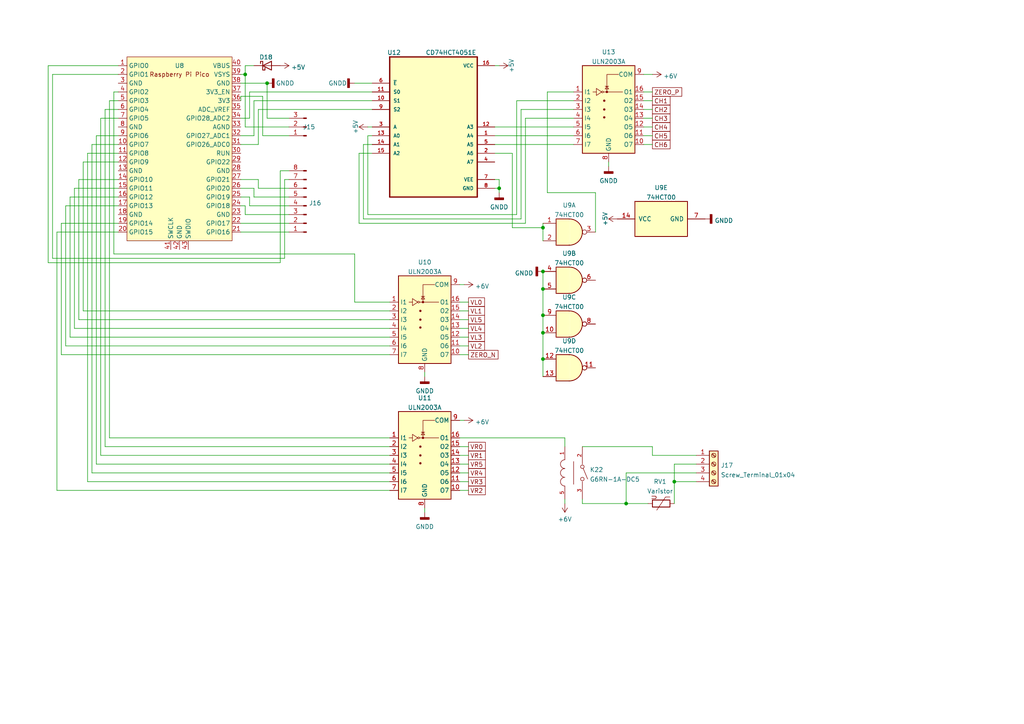
<source format=kicad_sch>
(kicad_sch (version 20211123) (generator eeschema)
  (paper "A4")
  (lib_symbols
    (symbol "74xx:74HCT00" (pin_names (offset 1.016))
      (property "Reference" "U" (at 0 1.27 0))
      (property "Value" "74HCT00" (at 0 -1.27 0))
      (symbol "74HCT00_1_1"
        (arc (start 0 -3.81) (mid 3.81 0) (end 0 3.81) (stroke (width 0.254)) (fill (type background)))
        (polyline (pts (xy 0 3.81) (xy -3.81 3.81) (xy -3.81 -3.81) (xy 0 -3.81)) (stroke (width 0.254)) (fill (type background)))
        (pin input line (at -7.62 2.54 0) (length 3.81) (name "~") (number "1"))
        (pin input line (at -7.62 -2.54 0) (length 3.81) (name "~") (number "2"))
        (pin output inverted (at 7.62 0 180) (length 3.81) (name "~") (number "3"))
      )
      (symbol "74HCT00_1_2"
        (arc (start -3.81 -3.81) (mid -2.589 0) (end -3.81 3.81) (stroke (width 0.254)))
        (arc (start -0.6096 -3.81) (mid 2.1855 -2.584) (end 3.81 0) (stroke (width 0.254)) (fill (type background)))
        (polyline (pts (xy -3.81 -3.81) (xy -0.635 -3.81)) (stroke (width 0.254)) (fill (type background)))
        (polyline (pts (xy -3.81 3.81) (xy -0.635 3.81)) (stroke (width 0.254)) (fill (type background)))
        (polyline (pts (xy -0.635 3.81) (xy -3.81 3.81) (xy -3.81 3.81) (xy -3.556 3.4036) (xy -3.0226 2.2606) (xy -2.6924 1.0414) (xy -2.6162 -0.254) (xy -2.7686 -1.4986) (xy -3.175 -2.7178) (xy -3.81 -3.81) (xy -3.81 -3.81) (xy -0.635 -3.81)) (stroke (width -25.4)) (fill (type background)))
        (arc (start 3.81 0) (mid 2.1928 2.5925) (end -0.6096 3.81) (stroke (width 0.254)) (fill (type background)))
        (pin input inverted (at -7.62 2.54 0) (length 4.318) (name "~") (number "1"))
        (pin input inverted (at -7.62 -2.54 0) (length 4.318) (name "~") (number "2"))
        (pin output line (at 7.62 0 180) (length 3.81) (name "~") (number "3"))
      )
      (symbol "74HCT00_2_1"
        (arc (start 0 -3.81) (mid 3.81 0) (end 0 3.81) (stroke (width 0.254)) (fill (type background)))
        (polyline (pts (xy 0 3.81) (xy -3.81 3.81) (xy -3.81 -3.81) (xy 0 -3.81)) (stroke (width 0.254)) (fill (type background)))
        (pin input line (at -7.62 2.54 0) (length 3.81) (name "~") (number "4"))
        (pin input line (at -7.62 -2.54 0) (length 3.81) (name "~") (number "5"))
        (pin output inverted (at 7.62 0 180) (length 3.81) (name "~") (number "6"))
      )
      (symbol "74HCT00_2_2"
        (arc (start -3.81 -3.81) (mid -2.589 0) (end -3.81 3.81) (stroke (width 0.254)))
        (arc (start -0.6096 -3.81) (mid 2.1855 -2.584) (end 3.81 0) (stroke (width 0.254)) (fill (type background)))
        (polyline (pts (xy -3.81 -3.81) (xy -0.635 -3.81)) (stroke (width 0.254)) (fill (type background)))
        (polyline (pts (xy -3.81 3.81) (xy -0.635 3.81)) (stroke (width 0.254)) (fill (type background)))
        (polyline (pts (xy -0.635 3.81) (xy -3.81 3.81) (xy -3.81 3.81) (xy -3.556 3.4036) (xy -3.0226 2.2606) (xy -2.6924 1.0414) (xy -2.6162 -0.254) (xy -2.7686 -1.4986) (xy -3.175 -2.7178) (xy -3.81 -3.81) (xy -3.81 -3.81) (xy -0.635 -3.81)) (stroke (width -25.4)) (fill (type background)))
        (arc (start 3.81 0) (mid 2.1928 2.5925) (end -0.6096 3.81) (stroke (width 0.254)) (fill (type background)))
        (pin input inverted (at -7.62 2.54 0) (length 4.318) (name "~") (number "4"))
        (pin input inverted (at -7.62 -2.54 0) (length 4.318) (name "~") (number "5"))
        (pin output line (at 7.62 0 180) (length 3.81) (name "~") (number "6"))
      )
      (symbol "74HCT00_3_1"
        (arc (start 0 -3.81) (mid 3.81 0) (end 0 3.81) (stroke (width 0.254)) (fill (type background)))
        (polyline (pts (xy 0 3.81) (xy -3.81 3.81) (xy -3.81 -3.81) (xy 0 -3.81)) (stroke (width 0.254)) (fill (type background)))
        (pin input line (at -7.62 -2.54 0) (length 3.81) (name "~") (number "10"))
        (pin output inverted (at 7.62 0 180) (length 3.81) (name "~") (number "8"))
        (pin input line (at -7.62 2.54 0) (length 3.81) (name "~") (number "9"))
      )
      (symbol "74HCT00_3_2"
        (arc (start -3.81 -3.81) (mid -2.589 0) (end -3.81 3.81) (stroke (width 0.254)))
        (arc (start -0.6096 -3.81) (mid 2.1855 -2.584) (end 3.81 0) (stroke (width 0.254)) (fill (type background)))
        (polyline (pts (xy -3.81 -3.81) (xy -0.635 -3.81)) (stroke (width 0.254)) (fill (type background)))
        (polyline (pts (xy -3.81 3.81) (xy -0.635 3.81)) (stroke (width 0.254)) (fill (type background)))
        (polyline (pts (xy -0.635 3.81) (xy -3.81 3.81) (xy -3.81 3.81) (xy -3.556 3.4036) (xy -3.0226 2.2606) (xy -2.6924 1.0414) (xy -2.6162 -0.254) (xy -2.7686 -1.4986) (xy -3.175 -2.7178) (xy -3.81 -3.81) (xy -3.81 -3.81) (xy -0.635 -3.81)) (stroke (width -25.4)) (fill (type background)))
        (arc (start 3.81 0) (mid 2.1928 2.5925) (end -0.6096 3.81) (stroke (width 0.254)) (fill (type background)))
        (pin input inverted (at -7.62 -2.54 0) (length 4.318) (name "~") (number "10"))
        (pin output line (at 7.62 0 180) (length 3.81) (name "~") (number "8"))
        (pin input inverted (at -7.62 2.54 0) (length 4.318) (name "~") (number "9"))
      )
      (symbol "74HCT00_4_1"
        (arc (start 0 -3.81) (mid 3.81 0) (end 0 3.81) (stroke (width 0.254)) (fill (type background)))
        (polyline (pts (xy 0 3.81) (xy -3.81 3.81) (xy -3.81 -3.81) (xy 0 -3.81)) (stroke (width 0.254)) (fill (type background)))
        (pin output inverted (at 7.62 0 180) (length 3.81) (name "~") (number "11"))
        (pin input line (at -7.62 2.54 0) (length 3.81) (name "~") (number "12"))
        (pin input line (at -7.62 -2.54 0) (length 3.81) (name "~") (number "13"))
      )
      (symbol "74HCT00_4_2"
        (arc (start -3.81 -3.81) (mid -2.589 0) (end -3.81 3.81) (stroke (width 0.254)))
        (arc (start -0.6096 -3.81) (mid 2.1855 -2.584) (end 3.81 0) (stroke (width 0.254)) (fill (type background)))
        (polyline (pts (xy -3.81 -3.81) (xy -0.635 -3.81)) (stroke (width 0.254)) (fill (type background)))
        (polyline (pts (xy -3.81 3.81) (xy -0.635 3.81)) (stroke (width 0.254)) (fill (type background)))
        (polyline (pts (xy -0.635 3.81) (xy -3.81 3.81) (xy -3.81 3.81) (xy -3.556 3.4036) (xy -3.0226 2.2606) (xy -2.6924 1.0414) (xy -2.6162 -0.254) (xy -2.7686 -1.4986) (xy -3.175 -2.7178) (xy -3.81 -3.81) (xy -3.81 -3.81) (xy -0.635 -3.81)) (stroke (width -25.4)) (fill (type background)))
        (arc (start 3.81 0) (mid 2.1928 2.5925) (end -0.6096 3.81) (stroke (width 0.254)) (fill (type background)))
        (pin output line (at 7.62 0 180) (length 3.81) (name "~") (number "11"))
        (pin input inverted (at -7.62 2.54 0) (length 4.318) (name "~") (number "12"))
        (pin input inverted (at -7.62 -2.54 0) (length 4.318) (name "~") (number "13"))
      )
      (symbol "74HCT00_5_0"
        (pin power_in line (at 0 12.7 270) (length 5.08) (name "VCC") (number "14"))
        (pin power_in line (at 0 -12.7 90) (length 5.08) (name "GND") (number "7"))
      )
      (symbol "74HCT00_5_1"
        (rectangle (start -5.08 7.62) (end 5.08 -7.62) (stroke (width 0.254)) (fill (type background)))
      )
    )
    (symbol "CD74HCT4051E:CD74HCT4051E" (pin_names (offset 1.016))
      (property "Reference" "U" (at -12.7 21.3106 0))
      (property "Value" "CD74HCT4051E" (at -12.7 -24.3078 0))
      (symbol "CD74HCT4051E_0_0"
        (rectangle (start -12.7 -20.32) (end 12.7 20.32) (stroke (width 0.4064)) (fill (type background)))
        (pin bidirectional line (at 17.78 -2.54 180) (length 5.08) (name "A4") (number "1"))
        (pin input line (at -17.78 7.62 0) (length 5.08) (name "S1") (number "10"))
        (pin input line (at -17.78 10.16 0) (length 5.08) (name "S0") (number "11"))
        (pin bidirectional line (at 17.78 0 180) (length 5.08) (name "A3") (number "12"))
        (pin bidirectional line (at -17.78 -2.54 0) (length 5.08) (name "A0") (number "13"))
        (pin bidirectional line (at -17.78 -5.08 0) (length 5.08) (name "A1") (number "14"))
        (pin bidirectional line (at -17.78 -7.62 0) (length 5.08) (name "A2") (number "15"))
        (pin power_in line (at 17.78 17.78 180) (length 5.08) (name "VCC") (number "16"))
        (pin bidirectional line (at 17.78 -7.62 180) (length 5.08) (name "A6") (number "2"))
        (pin bidirectional line (at -17.78 0 0) (length 5.08) (name "A") (number "3"))
        (pin bidirectional line (at 17.78 -10.16 180) (length 5.08) (name "A7") (number "4"))
        (pin bidirectional line (at 17.78 -5.08 180) (length 5.08) (name "A5") (number "5"))
        (pin input line (at -17.78 12.7 0) (length 5.08) (name "~{E}") (number "6"))
        (pin power_in line (at 17.78 -15.24 180) (length 5.08) (name "VEE") (number "7"))
        (pin power_in line (at 17.78 -17.78 180) (length 5.08) (name "GND") (number "8"))
        (pin input line (at -17.78 5.08 0) (length 5.08) (name "S2") (number "9"))
      )
    )
    (symbol "Connector:Conn_01x03_Male" (pin_names (offset 1.016) hide)
      (property "Reference" "J" (at 0 5.08 0))
      (property "Value" "Conn_01x03_Male" (at 0 -5.08 0))
      (symbol "Conn_01x03_Male_1_1"
        (polyline (pts (xy 1.27 -2.54) (xy 0.8636 -2.54)) (stroke (width 0.1524)))
        (polyline (pts (xy 1.27 0) (xy 0.8636 0)) (stroke (width 0.1524)))
        (polyline (pts (xy 1.27 2.54) (xy 0.8636 2.54)) (stroke (width 0.1524)))
        (rectangle (start 0.8636 -2.413) (end 0 -2.667) (stroke (width 0.1524)) (fill (type outline)))
        (rectangle (start 0.8636 0.127) (end 0 -0.127) (stroke (width 0.1524)) (fill (type outline)))
        (rectangle (start 0.8636 2.667) (end 0 2.413) (stroke (width 0.1524)) (fill (type outline)))
        (pin passive line (at 5.08 2.54 180) (length 3.81) (name "Pin_1") (number "1"))
        (pin passive line (at 5.08 0 180) (length 3.81) (name "Pin_2") (number "2"))
        (pin passive line (at 5.08 -2.54 180) (length 3.81) (name "Pin_3") (number "3"))
      )
    )
    (symbol "Connector:Conn_01x08_Male" (pin_names (offset 1.016) hide)
      (property "Reference" "J" (at 0 10.16 0))
      (property "Value" "Conn_01x08_Male" (at 0 -12.7 0))
      (symbol "Conn_01x08_Male_1_1"
        (polyline (pts (xy 1.27 -10.16) (xy 0.8636 -10.16)) (stroke (width 0.1524)))
        (polyline (pts (xy 1.27 -7.62) (xy 0.8636 -7.62)) (stroke (width 0.1524)))
        (polyline (pts (xy 1.27 -5.08) (xy 0.8636 -5.08)) (stroke (width 0.1524)))
        (polyline (pts (xy 1.27 -2.54) (xy 0.8636 -2.54)) (stroke (width 0.1524)))
        (polyline (pts (xy 1.27 0) (xy 0.8636 0)) (stroke (width 0.1524)))
        (polyline (pts (xy 1.27 2.54) (xy 0.8636 2.54)) (stroke (width 0.1524)))
        (polyline (pts (xy 1.27 5.08) (xy 0.8636 5.08)) (stroke (width 0.1524)))
        (polyline (pts (xy 1.27 7.62) (xy 0.8636 7.62)) (stroke (width 0.1524)))
        (rectangle (start 0.8636 -10.033) (end 0 -10.287) (stroke (width 0.1524)) (fill (type outline)))
        (rectangle (start 0.8636 -7.493) (end 0 -7.747) (stroke (width 0.1524)) (fill (type outline)))
        (rectangle (start 0.8636 -4.953) (end 0 -5.207) (stroke (width 0.1524)) (fill (type outline)))
        (rectangle (start 0.8636 -2.413) (end 0 -2.667) (stroke (width 0.1524)) (fill (type outline)))
        (rectangle (start 0.8636 0.127) (end 0 -0.127) (stroke (width 0.1524)) (fill (type outline)))
        (rectangle (start 0.8636 2.667) (end 0 2.413) (stroke (width 0.1524)) (fill (type outline)))
        (rectangle (start 0.8636 5.207) (end 0 4.953) (stroke (width 0.1524)) (fill (type outline)))
        (rectangle (start 0.8636 7.747) (end 0 7.493) (stroke (width 0.1524)) (fill (type outline)))
        (pin passive line (at 5.08 7.62 180) (length 3.81) (name "Pin_1") (number "1"))
        (pin passive line (at 5.08 5.08 180) (length 3.81) (name "Pin_2") (number "2"))
        (pin passive line (at 5.08 2.54 180) (length 3.81) (name "Pin_3") (number "3"))
        (pin passive line (at 5.08 0 180) (length 3.81) (name "Pin_4") (number "4"))
        (pin passive line (at 5.08 -2.54 180) (length 3.81) (name "Pin_5") (number "5"))
        (pin passive line (at 5.08 -5.08 180) (length 3.81) (name "Pin_6") (number "6"))
        (pin passive line (at 5.08 -7.62 180) (length 3.81) (name "Pin_7") (number "7"))
        (pin passive line (at 5.08 -10.16 180) (length 3.81) (name "Pin_8") (number "8"))
      )
    )
    (symbol "Connector:Screw_Terminal_01x04" (pin_names (offset 1.016) hide)
      (property "Reference" "J" (at 0 5.08 0))
      (property "Value" "Screw_Terminal_01x04" (at 0 -7.62 0))
      (symbol "Screw_Terminal_01x04_1_1"
        (rectangle (start -1.27 3.81) (end 1.27 -6.35) (stroke (width 0.254)) (fill (type background)))
        (circle (center 0 -5.08) (radius 0.635) (stroke (width 0.1524)))
        (circle (center 0 -2.54) (radius 0.635) (stroke (width 0.1524)))
        (polyline (pts (xy -0.5334 -4.7498) (xy 0.3302 -5.588)) (stroke (width 0.1524)))
        (polyline (pts (xy -0.5334 -2.2098) (xy 0.3302 -3.048)) (stroke (width 0.1524)))
        (polyline (pts (xy -0.5334 0.3302) (xy 0.3302 -0.508)) (stroke (width 0.1524)))
        (polyline (pts (xy -0.5334 2.8702) (xy 0.3302 2.032)) (stroke (width 0.1524)))
        (polyline (pts (xy -0.3556 -4.572) (xy 0.508 -5.4102)) (stroke (width 0.1524)))
        (polyline (pts (xy -0.3556 -2.032) (xy 0.508 -2.8702)) (stroke (width 0.1524)))
        (polyline (pts (xy -0.3556 0.508) (xy 0.508 -0.3302)) (stroke (width 0.1524)))
        (polyline (pts (xy -0.3556 3.048) (xy 0.508 2.2098)) (stroke (width 0.1524)))
        (circle (center 0 0) (radius 0.635) (stroke (width 0.1524)))
        (circle (center 0 2.54) (radius 0.635) (stroke (width 0.1524)))
        (pin passive line (at -5.08 2.54 0) (length 3.81) (name "Pin_1") (number "1"))
        (pin passive line (at -5.08 0 0) (length 3.81) (name "Pin_2") (number "2"))
        (pin passive line (at -5.08 -2.54 0) (length 3.81) (name "Pin_3") (number "3"))
        (pin passive line (at -5.08 -5.08 0) (length 3.81) (name "Pin_4") (number "4"))
      )
    )
    (symbol "Device:D_Schottky" (pin_numbers hide) (pin_names (offset 1.016) hide)
      (property "Reference" "D" (at 0 2.54 0))
      (property "Value" "D_Schottky" (at 0 -2.54 0))
      (symbol "D_Schottky_0_1"
        (polyline (pts (xy 1.27 0) (xy -1.27 0)))
        (polyline (pts (xy 1.27 1.27) (xy 1.27 -1.27) (xy -1.27 0) (xy 1.27 1.27)) (stroke (width 0.254)))
        (polyline (pts (xy -1.905 0.635) (xy -1.905 1.27) (xy -1.27 1.27) (xy -1.27 -1.27) (xy -0.635 -1.27) (xy -0.635 -0.635)) (stroke (width 0.254)))
      )
      (symbol "D_Schottky_1_1"
        (pin passive line (at -3.81 0 0) (length 2.54) (name "K") (number "1"))
        (pin passive line (at 3.81 0 180) (length 2.54) (name "A") (number "2"))
      )
    )
    (symbol "Device:Varistor" (pin_numbers hide) (pin_names (offset 0))
      (property "Reference" "RV" (at 3.175 0 90))
      (property "Value" "Varistor" (at -3.175 0 90))
      (symbol "Varistor_0_0"
        (text "U" (at -1.778 -2.032 0) (effects (font (size 1.27 1.27))))
      )
      (symbol "Varistor_0_1"
        (rectangle (start -1.016 -2.54) (end 1.016 2.54) (stroke (width 0.254)))
        (polyline (pts (xy -1.905 2.54) (xy -1.905 1.27) (xy 1.905 -1.27)))
      )
      (symbol "Varistor_1_1"
        (pin passive line (at 0 3.81 270) (length 1.27) (name "~") (number "1"))
        (pin passive line (at 0 -3.81 90) (length 1.27) (name "~") (number "2"))
      )
    )
    (symbol "MCU_RaspberryPi_and_Boards:Pico"
      (property "Reference" "U" (at -13.97 27.94 0))
      (property "Value" "Pico" (at 0 19.05 0))
      (symbol "Pico_0_0"
        (text "Raspberry Pi Pico" (at 0 21.59 0) (effects (font (size 1.27 1.27))))
      )
      (symbol "Pico_0_1"
        (rectangle (start -15.24 26.67) (end 15.24 -26.67) (fill (type background)))
      )
      (symbol "Pico_1_1"
        (pin bidirectional line (at -17.78 24.13 0) (length 2.54) (name "GPIO0") (number "1"))
        (pin bidirectional line (at -17.78 1.27 0) (length 2.54) (name "GPIO7") (number "10"))
        (pin bidirectional line (at -17.78 -1.27 0) (length 2.54) (name "GPIO8") (number "11"))
        (pin bidirectional line (at -17.78 -3.81 0) (length 2.54) (name "GPIO9") (number "12"))
        (pin power_in line (at -17.78 -6.35 0) (length 2.54) (name "GND") (number "13"))
        (pin bidirectional line (at -17.78 -8.89 0) (length 2.54) (name "GPIO10") (number "14"))
        (pin bidirectional line (at -17.78 -11.43 0) (length 2.54) (name "GPIO11") (number "15"))
        (pin bidirectional line (at -17.78 -13.97 0) (length 2.54) (name "GPIO12") (number "16"))
        (pin bidirectional line (at -17.78 -16.51 0) (length 2.54) (name "GPIO13") (number "17"))
        (pin power_in line (at -17.78 -19.05 0) (length 2.54) (name "GND") (number "18"))
        (pin bidirectional line (at -17.78 -21.59 0) (length 2.54) (name "GPIO14") (number "19"))
        (pin bidirectional line (at -17.78 21.59 0) (length 2.54) (name "GPIO1") (number "2"))
        (pin bidirectional line (at -17.78 -24.13 0) (length 2.54) (name "GPIO15") (number "20"))
        (pin bidirectional line (at 17.78 -24.13 180) (length 2.54) (name "GPIO16") (number "21"))
        (pin bidirectional line (at 17.78 -21.59 180) (length 2.54) (name "GPIO17") (number "22"))
        (pin power_in line (at 17.78 -19.05 180) (length 2.54) (name "GND") (number "23"))
        (pin bidirectional line (at 17.78 -16.51 180) (length 2.54) (name "GPIO18") (number "24"))
        (pin bidirectional line (at 17.78 -13.97 180) (length 2.54) (name "GPIO19") (number "25"))
        (pin bidirectional line (at 17.78 -11.43 180) (length 2.54) (name "GPIO20") (number "26"))
        (pin bidirectional line (at 17.78 -8.89 180) (length 2.54) (name "GPIO21") (number "27"))
        (pin power_in line (at 17.78 -6.35 180) (length 2.54) (name "GND") (number "28"))
        (pin bidirectional line (at 17.78 -3.81 180) (length 2.54) (name "GPIO22") (number "29"))
        (pin power_in line (at -17.78 19.05 0) (length 2.54) (name "GND") (number "3"))
        (pin input line (at 17.78 -1.27 180) (length 2.54) (name "RUN") (number "30"))
        (pin bidirectional line (at 17.78 1.27 180) (length 2.54) (name "GPIO26_ADC0") (number "31"))
        (pin bidirectional line (at 17.78 3.81 180) (length 2.54) (name "GPIO27_ADC1") (number "32"))
        (pin power_in line (at 17.78 6.35 180) (length 2.54) (name "AGND") (number "33"))
        (pin bidirectional line (at 17.78 8.89 180) (length 2.54) (name "GPIO28_ADC2") (number "34"))
        (pin power_in line (at 17.78 11.43 180) (length 2.54) (name "ADC_VREF") (number "35"))
        (pin power_in line (at 17.78 13.97 180) (length 2.54) (name "3V3") (number "36"))
        (pin input line (at 17.78 16.51 180) (length 2.54) (name "3V3_EN") (number "37"))
        (pin bidirectional line (at 17.78 19.05 180) (length 2.54) (name "GND") (number "38"))
        (pin power_in line (at 17.78 21.59 180) (length 2.54) (name "VSYS") (number "39"))
        (pin bidirectional line (at -17.78 16.51 0) (length 2.54) (name "GPIO2") (number "4"))
        (pin power_in line (at 17.78 24.13 180) (length 2.54) (name "VBUS") (number "40"))
        (pin input line (at -2.54 -29.21 90) (length 2.54) (name "SWCLK") (number "41"))
        (pin power_in line (at 0 -29.21 90) (length 2.54) (name "GND") (number "42"))
        (pin bidirectional line (at 2.54 -29.21 90) (length 2.54) (name "SWDIO") (number "43"))
        (pin bidirectional line (at -17.78 13.97 0) (length 2.54) (name "GPIO3") (number "5"))
        (pin bidirectional line (at -17.78 11.43 0) (length 2.54) (name "GPIO4") (number "6"))
        (pin bidirectional line (at -17.78 8.89 0) (length 2.54) (name "GPIO5") (number "7"))
        (pin power_in line (at -17.78 6.35 0) (length 2.54) (name "GND") (number "8"))
        (pin bidirectional line (at -17.78 3.81 0) (length 2.54) (name "GPIO6") (number "9"))
      )
    )
    (symbol "Transistor_Array:ULN2003A"
      (property "Reference" "U" (at 0 15.875 0))
      (property "Value" "ULN2003A" (at 0 13.97 0))
      (symbol "ULN2003A_0_1"
        (rectangle (start -7.62 -12.7) (end 7.62 12.7) (stroke (width 0.254)) (fill (type background)))
        (circle (center -1.778 5.08) (radius 0.254))
        (circle (center -1.27 -2.286) (radius 0.254) (fill (type outline)))
        (circle (center -1.27 0) (radius 0.254) (fill (type outline)))
        (circle (center -1.27 2.54) (radius 0.254) (fill (type outline)))
        (circle (center -0.508 5.08) (radius 0.254) (fill (type outline)))
        (polyline (pts (xy -4.572 5.08) (xy -3.556 5.08)))
        (polyline (pts (xy -1.524 5.08) (xy 4.064 5.08)))
        (polyline (pts (xy 0 6.731) (xy -1.016 6.731)))
        (polyline (pts (xy -0.508 5.08) (xy -0.508 10.16) (xy 2.921 10.16)))
        (polyline (pts (xy -3.556 6.096) (xy -3.556 4.064) (xy -2.032 5.08) (xy -3.556 6.096)))
        (polyline (pts (xy 0 5.969) (xy -1.016 5.969) (xy -0.508 6.731) (xy 0 5.969)))
      )
      (symbol "ULN2003A_1_1"
        (pin input line (at -10.16 5.08 0) (length 2.54) (name "I1") (number "1"))
        (pin open_collector line (at 10.16 -10.16 180) (length 2.54) (name "O7") (number "10"))
        (pin open_collector line (at 10.16 -7.62 180) (length 2.54) (name "O6") (number "11"))
        (pin open_collector line (at 10.16 -5.08 180) (length 2.54) (name "O5") (number "12"))
        (pin open_collector line (at 10.16 -2.54 180) (length 2.54) (name "O4") (number "13"))
        (pin open_collector line (at 10.16 0 180) (length 2.54) (name "O3") (number "14"))
        (pin open_collector line (at 10.16 2.54 180) (length 2.54) (name "O2") (number "15"))
        (pin open_collector line (at 10.16 5.08 180) (length 2.54) (name "O1") (number "16"))
        (pin input line (at -10.16 2.54 0) (length 2.54) (name "I2") (number "2"))
        (pin input line (at -10.16 0 0) (length 2.54) (name "I3") (number "3"))
        (pin input line (at -10.16 -2.54 0) (length 2.54) (name "I4") (number "4"))
        (pin input line (at -10.16 -5.08 0) (length 2.54) (name "I5") (number "5"))
        (pin input line (at -10.16 -7.62 0) (length 2.54) (name "I6") (number "6"))
        (pin input line (at -10.16 -10.16 0) (length 2.54) (name "I7") (number "7"))
        (pin power_in line (at 0 -15.24 90) (length 2.54) (name "GND") (number "8"))
        (pin passive line (at 10.16 10.16 180) (length 2.54) (name "COM") (number "9"))
      )
    )
    (symbol "eec:G6RN-1A-DC5" (pin_names (offset 1.016))
      (property "Reference" "K" (at 0 5.08 0))
      (property "Value" "G6RN-1A-DC5" (at 0 7.62 0))
      (symbol "G6RN-1A-DC5_1_1"
        (polyline (pts (xy 8.89 0.254) (xy 11.938 1.524)))
        (polyline (pts (xy 13.462 -2.54) (xy 6.858 -2.54)))
        (arc (start 6.35 -5.08) (mid 7.62 -6.35) (end 8.89 -5.08))
        (circle (center 8.382 0) (radius 0.508))
        (arc (start 8.89 -5.08) (mid 10.16 -6.35) (end 11.43 -5.08))
        (arc (start 11.43 -5.08) (mid 12.7 -6.35) (end 13.97 -5.08))
        (circle (center 11.938 0) (radius 0.508))
        (pin passive line (at 2.54 -5.08 0) (length 3.81) (name "1") (number "1"))
        (pin passive line (at 2.54 0 0) (length 5.08) (name "2") (number "2"))
        (pin passive line (at 17.78 0 180) (length 5.08) (name "3") (number "3"))
        (pin passive line (at 17.78 -5.08 180) (length 3.81) (name "5") (number "5"))
      )
    )
    (symbol "power:+5V" (power) (pin_names (offset 0))
      (property "Value" "+5V" (at 0 3.556 0))
      (symbol "+5V_0_1"
        (polyline (pts (xy -0.762 1.27) (xy 0 2.54)))
        (polyline (pts (xy 0 0) (xy 0 2.54)))
        (polyline (pts (xy 0 2.54) (xy 0.762 1.27)))
      )
      (symbol "+5V_1_1"
        (pin power_in line (at 0 0 90) (length 0) hide (name "+5V") (number "1"))
      )
    )
    (symbol "power:+6V" (power) (pin_names (offset 0))
      (property "Value" "+6V" (at 0 3.556 0))
      (symbol "+6V_0_1"
        (polyline (pts (xy -0.762 1.27) (xy 0 2.54)))
        (polyline (pts (xy 0 0) (xy 0 2.54)))
        (polyline (pts (xy 0 2.54) (xy 0.762 1.27)))
      )
      (symbol "+6V_1_1"
        (pin power_in line (at 0 0 90) (length 0) hide (name "+6V") (number "1"))
      )
    )
    (symbol "power:GNDD" (power) (pin_names (offset 0))
      (property "Value" "GNDD" (at 0 -3.175 0))
      (symbol "GNDD_0_1"
        (rectangle (start -1.27 -1.524) (end 1.27 -2.032) (stroke (width 0.254)) (fill (type outline)))
        (polyline (pts (xy 0 0) (xy 0 -1.524)))
      )
      (symbol "GNDD_1_1"
        (pin power_in line (at 0 0 270) (length 0) hide (name "GNDD") (number "1"))
      )
    )
  )
  (junction (at 157.48 91.44))
  (junction (at 181.61 146.05))
  (junction (at 144.78 54.61))
  (junction (at 157.48 83.82))
  (junction (at 157.48 78.74))
  (junction (at 71.12 21.59))
  (junction (at 157.48 96.52))
  (junction (at 157.48 66.04))
  (junction (at 77.47 24.13))
  (junction (at 157.48 104.14))
  (junction (at 195.58 139.7))
  (wire (pts (xy 195.58 139.7) (xy 195.58 146.05)))
  (wire (pts (xy 27.94 39.37) (xy 27.94 134.62)))
  (wire (pts (xy 69.85 57.15) (xy 72.39 57.15)))
  (wire (pts (xy 163.83 144.78) (xy 163.83 146.05)))
  (wire (pts (xy 143.51 39.37) (xy 166.37 39.37)))
  (wire (pts (xy 195.58 134.62) (xy 195.58 139.7)))
  (wire (pts (xy 83.82 34.29) (xy 77.47 34.29)))
  (wire (pts (xy 77.47 34.29) (xy 77.47 24.13)))
  (wire (pts (xy 34.29 52.07) (xy 22.86 52.07)))
  (wire (pts (xy 34.29 54.61) (xy 21.59 54.61)))
  (wire (pts (xy 143.51 44.45) (xy 148.59 44.45)))
  (wire (pts (xy 106.68 39.37) (xy 106.68 62.23)))
  (wire (pts (xy 20.32 57.15) (xy 20.32 97.79)))
  (wire (pts (xy 113.03 92.71) (xy 22.86 92.71)))
  (wire (pts (xy 71.12 62.23) (xy 83.82 62.23)))
  (wire (pts (xy 113.03 139.7) (xy 25.4 139.7)))
  (wire (pts (xy 81.28 76.2) (xy 13.97 76.2)))
  (wire (pts (xy 135.89 102.87) (xy 133.35 102.87)))
  (wire (pts (xy 73.66 39.37) (xy 69.85 39.37)))
  (wire (pts (xy 102.87 24.13) (xy 107.95 24.13)))
  (wire (pts (xy 16.51 142.24) (xy 113.03 142.24)))
  (wire (pts (xy 17.78 64.77) (xy 17.78 102.87)))
  (wire (pts (xy 69.85 24.13) (xy 77.47 24.13)))
  (wire (pts (xy 71.12 19.05) (xy 71.12 21.59)))
  (wire (pts (xy 133.35 127) (xy 163.83 127)))
  (wire (pts (xy 181.61 146.05) (xy 168.91 146.05)))
  (wire (pts (xy 189.23 132.08) (xy 189.23 129.54)))
  (wire (pts (xy 135.89 142.24) (xy 133.35 142.24)))
  (wire (pts (xy 69.85 27.94) (xy 76.2 27.94)))
  (wire (pts (xy 189.23 29.21) (xy 186.69 29.21)))
  (wire (pts (xy 69.85 64.77) (xy 83.82 64.77)))
  (wire (pts (xy 135.89 137.16) (xy 133.35 137.16)))
  (wire (pts (xy 189.23 26.67) (xy 186.69 26.67)))
  (wire (pts (xy 148.59 66.04) (xy 157.48 66.04)))
  (wire (pts (xy 13.97 76.2) (xy 13.97 19.05)))
  (wire (pts (xy 113.03 95.25) (xy 21.59 95.25)))
  (wire (pts (xy 107.95 31.75) (xy 74.93 31.75)))
  (wire (pts (xy 26.67 41.91) (xy 26.67 137.16)))
  (wire (pts (xy 157.48 91.44) (xy 157.48 96.52)))
  (wire (pts (xy 34.29 44.45) (xy 25.4 44.45)))
  (wire (pts (xy 104.14 44.45) (xy 104.14 64.77)))
  (wire (pts (xy 189.23 39.37) (xy 186.69 39.37)))
  (wire (pts (xy 34.29 59.69) (xy 19.05 59.69)))
  (wire (pts (xy 107.95 29.21) (xy 73.66 29.21)))
  (wire (pts (xy 135.89 95.25) (xy 133.35 95.25)))
  (wire (pts (xy 15.24 74.93) (xy 15.24 21.59)))
  (wire (pts (xy 168.91 146.05) (xy 168.91 144.78)))
  (wire (pts (xy 143.51 19.05) (xy 144.78 19.05)))
  (wire (pts (xy 143.51 52.07) (xy 144.78 52.07)))
  (wire (pts (xy 69.85 52.07) (xy 74.93 52.07)))
  (wire (pts (xy 69.85 29.21) (xy 69.85 27.94)))
  (wire (pts (xy 74.93 54.61) (xy 83.82 54.61)))
  (wire (pts (xy 34.29 46.99) (xy 24.13 46.99)))
  (wire (pts (xy 133.35 82.55) (xy 134.62 82.55)))
  (wire (pts (xy 33.02 26.67) (xy 33.02 73.66)))
  (wire (pts (xy 113.03 90.17) (xy 24.13 90.17)))
  (wire (pts (xy 151.13 63.5) (xy 151.13 31.75)))
  (wire (pts (xy 152.4 34.29) (xy 166.37 34.29)))
  (wire (pts (xy 149.86 29.21) (xy 166.37 29.21)))
  (wire (pts (xy 13.97 19.05) (xy 34.29 19.05)))
  (wire (pts (xy 107.95 39.37) (xy 106.68 39.37)))
  (wire (pts (xy 34.29 26.67) (xy 33.02 26.67)))
  (wire (pts (xy 74.93 31.75) (xy 74.93 41.91)))
  (wire (pts (xy 16.51 67.31) (xy 16.51 142.24)))
  (wire (pts (xy 157.48 104.14) (xy 157.48 109.22)))
  (wire (pts (xy 158.75 55.88) (xy 158.75 26.67)))
  (wire (pts (xy 20.32 97.79) (xy 113.03 97.79)))
  (wire (pts (xy 73.66 29.21) (xy 73.66 39.37)))
  (wire (pts (xy 81.28 49.53) (xy 81.28 76.2)))
  (wire (pts (xy 73.66 19.05) (xy 71.12 19.05)))
  (wire (pts (xy 113.03 87.63) (xy 102.87 87.63)))
  (wire (pts (xy 34.29 41.91) (xy 26.67 41.91)))
  (wire (pts (xy 105.41 63.5) (xy 151.13 63.5)))
  (wire (pts (xy 72.39 59.69) (xy 83.82 59.69)))
  (wire (pts (xy 172.72 67.31) (xy 172.72 55.88)))
  (wire (pts (xy 176.53 46.99) (xy 176.53 48.26)))
  (wire (pts (xy 157.48 66.04) (xy 157.48 64.77)))
  (wire (pts (xy 21.59 54.61) (xy 21.59 95.25)))
  (wire (pts (xy 123.19 147.32) (xy 123.19 148.59)))
  (wire (pts (xy 135.89 97.79) (xy 133.35 97.79)))
  (wire (pts (xy 76.2 39.37) (xy 83.82 39.37)))
  (wire (pts (xy 69.85 54.61) (xy 73.66 54.61)))
  (wire (pts (xy 107.95 41.91) (xy 105.41 41.91)))
  (wire (pts (xy 123.19 107.95) (xy 123.19 109.22)))
  (wire (pts (xy 186.69 21.59) (xy 189.23 21.59)))
  (wire (pts (xy 189.23 41.91) (xy 186.69 41.91)))
  (wire (pts (xy 104.14 64.77) (xy 152.4 64.77)))
  (wire (pts (xy 135.89 100.33) (xy 133.35 100.33)))
  (wire (pts (xy 106.68 62.23) (xy 149.86 62.23)))
  (wire (pts (xy 31.75 29.21) (xy 31.75 127)))
  (wire (pts (xy 25.4 44.45) (xy 25.4 139.7)))
  (wire (pts (xy 113.03 100.33) (xy 19.05 100.33)))
  (wire (pts (xy 26.67 137.16) (xy 113.03 137.16)))
  (wire (pts (xy 102.87 73.66) (xy 33.02 73.66)))
  (wire (pts (xy 82.55 52.07) (xy 82.55 74.93)))
  (wire (pts (xy 30.48 31.75) (xy 30.48 129.54)))
  (wire (pts (xy 74.93 52.07) (xy 74.93 54.61)))
  (wire (pts (xy 148.59 44.45) (xy 148.59 66.04)))
  (wire (pts (xy 135.89 139.7) (xy 133.35 139.7)))
  (wire (pts (xy 149.86 62.23) (xy 149.86 29.21)))
  (wire (pts (xy 158.75 26.67) (xy 166.37 26.67)))
  (wire (pts (xy 71.12 59.69) (xy 71.12 62.23)))
  (wire (pts (xy 189.23 34.29) (xy 186.69 34.29)))
  (wire (pts (xy 34.29 29.21) (xy 31.75 29.21)))
  (wire (pts (xy 135.89 92.71) (xy 133.35 92.71)))
  (wire (pts (xy 135.89 129.54) (xy 133.35 129.54)))
  (wire (pts (xy 73.66 57.15) (xy 83.82 57.15)))
  (wire (pts (xy 73.66 54.61) (xy 73.66 57.15)))
  (wire (pts (xy 24.13 46.99) (xy 24.13 90.17)))
  (wire (pts (xy 144.78 52.07) (xy 144.78 54.61)))
  (wire (pts (xy 34.29 34.29) (xy 29.21 34.29)))
  (wire (pts (xy 157.48 96.52) (xy 157.48 104.14)))
  (wire (pts (xy 72.39 26.67) (xy 72.39 34.29)))
  (wire (pts (xy 172.72 55.88) (xy 158.75 55.88)))
  (wire (pts (xy 72.39 57.15) (xy 72.39 59.69)))
  (wire (pts (xy 34.29 39.37) (xy 27.94 39.37)))
  (wire (pts (xy 143.51 36.83) (xy 166.37 36.83)))
  (wire (pts (xy 187.96 146.05) (xy 181.61 146.05)))
  (wire (pts (xy 31.75 127) (xy 113.03 127)))
  (wire (pts (xy 34.29 67.31) (xy 16.51 67.31)))
  (wire (pts (xy 133.35 121.92) (xy 134.62 121.92)))
  (wire (pts (xy 34.29 57.15) (xy 20.32 57.15)))
  (wire (pts (xy 102.87 87.63) (xy 102.87 73.66)))
  (wire (pts (xy 201.93 137.16) (xy 181.61 137.16)))
  (wire (pts (xy 34.29 31.75) (xy 30.48 31.75)))
  (wire (pts (xy 83.82 49.53) (xy 81.28 49.53)))
  (wire (pts (xy 135.89 90.17) (xy 133.35 90.17)))
  (wire (pts (xy 71.12 36.83) (xy 71.12 21.59)))
  (wire (pts (xy 189.23 31.75) (xy 186.69 31.75)))
  (wire (pts (xy 143.51 54.61) (xy 144.78 54.61)))
  (wire (pts (xy 107.95 44.45) (xy 104.14 44.45)))
  (wire (pts (xy 29.21 34.29) (xy 29.21 132.08)))
  (wire (pts (xy 19.05 59.69) (xy 19.05 100.33)))
  (wire (pts (xy 157.48 66.04) (xy 157.48 69.85)))
  (wire (pts (xy 34.29 64.77) (xy 17.78 64.77)))
  (wire (pts (xy 163.83 127) (xy 163.83 129.54)))
  (wire (pts (xy 151.13 31.75) (xy 166.37 31.75)))
  (wire (pts (xy 113.03 102.87) (xy 17.78 102.87)))
  (wire (pts (xy 201.93 132.08) (xy 189.23 132.08)))
  (wire (pts (xy 135.89 134.62) (xy 133.35 134.62)))
  (wire (pts (xy 152.4 64.77) (xy 152.4 34.29)))
  (wire (pts (xy 157.48 78.74) (xy 157.48 83.82)))
  (wire (pts (xy 29.21 132.08) (xy 113.03 132.08)))
  (wire (pts (xy 83.82 52.07) (xy 82.55 52.07)))
  (wire (pts (xy 74.93 41.91) (xy 69.85 41.91)))
  (wire (pts (xy 113.03 134.62) (xy 27.94 134.62)))
  (wire (pts (xy 201.93 139.7) (xy 195.58 139.7)))
  (wire (pts (xy 106.68 36.83) (xy 107.95 36.83)))
  (wire (pts (xy 105.41 41.91) (xy 105.41 63.5)))
  (wire (pts (xy 15.24 21.59) (xy 34.29 21.59)))
  (wire (pts (xy 76.2 27.94) (xy 76.2 39.37)))
  (wire (pts (xy 135.89 132.08) (xy 133.35 132.08)))
  (wire (pts (xy 82.55 74.93) (xy 15.24 74.93)))
  (wire (pts (xy 201.93 134.62) (xy 195.58 134.62)))
  (wire (pts (xy 22.86 52.07) (xy 22.86 92.71)))
  (wire (pts (xy 143.51 41.91) (xy 166.37 41.91)))
  (wire (pts (xy 69.85 67.31) (xy 83.82 67.31)))
  (wire (pts (xy 107.95 26.67) (xy 72.39 26.67)))
  (wire (pts (xy 157.48 83.82) (xy 157.48 91.44)))
  (wire (pts (xy 189.23 129.54) (xy 168.91 129.54)))
  (wire (pts (xy 69.85 21.59) (xy 71.12 21.59)))
  (wire (pts (xy 135.89 87.63) (xy 133.35 87.63)))
  (wire (pts (xy 83.82 36.83) (xy 71.12 36.83)))
  (wire (pts (xy 144.78 54.61) (xy 144.78 55.88)))
  (wire (pts (xy 72.39 34.29) (xy 69.85 34.29)))
  (wire (pts (xy 189.23 36.83) (xy 186.69 36.83)))
  (wire (pts (xy 181.61 137.16) (xy 181.61 146.05)))
  (wire (pts (xy 113.03 129.54) (xy 30.48 129.54)))
  (wire (pts (xy 69.85 59.69) (xy 71.12 59.69)))
  (global_label "CH3" (shape passive) (at 189.23 34.29 0) (property "Intersheet References" "${INTERSHEET_REFS}" (effects hide)))
  (global_label "CH5" (shape passive) (at 189.23 39.37 0) (property "Intersheet References" "${INTERSHEET_REFS}" (effects hide)))
  (global_label "VL1" (shape passive) (at 135.89 90.17 0) (property "Intersheet References" "${INTERSHEET_REFS}" (effects hide)))
  (global_label "VR5" (shape passive) (at 135.89 134.62 0) (property "Intersheet References" "${INTERSHEET_REFS}" (effects hide)))
  (global_label "VL3" (shape passive) (at 135.89 97.79 0) (property "Intersheet References" "${INTERSHEET_REFS}" (effects hide)))
  (global_label "VR4" (shape passive) (at 135.89 137.16 0) (property "Intersheet References" "${INTERSHEET_REFS}" (effects hide)))
  (global_label "VL2" (shape passive) (at 135.89 100.33 0) (property "Intersheet References" "${INTERSHEET_REFS}" (effects hide)))
  (global_label "VL5" (shape passive) (at 135.89 92.71 0) (property "Intersheet References" "${INTERSHEET_REFS}" (effects hide)))
  (global_label "VR3" (shape passive) (at 135.89 139.7 0) (property "Intersheet References" "${INTERSHEET_REFS}" (effects hide)))
  (global_label "VL4" (shape passive) (at 135.89 95.25 0) (property "Intersheet References" "${INTERSHEET_REFS}" (effects hide)))
  (global_label "VR1" (shape passive) (at 135.89 132.08 0) (property "Intersheet References" "${INTERSHEET_REFS}" (effects hide)))
  (global_label "CH6" (shape passive) (at 189.23 41.91 0) (property "Intersheet References" "${INTERSHEET_REFS}" (effects hide)))
  (global_label "VR0" (shape passive) (at 135.89 129.54 0) (property "Intersheet References" "${INTERSHEET_REFS}" (effects hide)))
  (global_label "VR2" (shape passive) (at 135.89 142.24 0) (property "Intersheet References" "${INTERSHEET_REFS}" (effects hide)))
  (global_label "ZERO_P" (shape passive) (at 189.23 26.67 0) (property "Intersheet References" "${INTERSHEET_REFS}" (effects hide)))
  (global_label "VL0" (shape passive) (at 135.89 87.63 0) (property "Intersheet References" "${INTERSHEET_REFS}" (effects hide)))
  (global_label "CH1" (shape passive) (at 189.23 29.21 0) (property "Intersheet References" "${INTERSHEET_REFS}" (effects hide)))
  (global_label "ZERO_N" (shape passive) (at 135.89 102.87 0) (property "Intersheet References" "${INTERSHEET_REFS}" (effects hide)))
  (global_label "CH2" (shape passive) (at 189.23 31.75 0) (property "Intersheet References" "${INTERSHEET_REFS}" (effects hide)))
  (global_label "CH4" (shape passive) (at 189.23 36.83 0) (property "Intersheet References" "${INTERSHEET_REFS}" (effects hide)))
  (symbol (lib_id "power:GNDD") (at 204.47 63.5 90) (unit 1)
    (property "Reference" "#PWR0102" (effects hide))
    (property "Value" "GNDD" (at 207.264 63.979 90) (effects (justify right)))
  )
  (symbol (lib_id "power:GNDD") (at 144.78 55.88 0) (unit 1)
    (property "Reference" "#PWR065" (effects hide))
    (property "Value" "GNDD" (at 144.78 60.0615 0))
  )
  (symbol (lib_id "MCU_RaspberryPi_and_Boards:Pico") (at 52.07 43.18 0) (unit 1)
    (property "Reference" "U8" (at 52.07 19.05 0))
    (property "Value" "Pico" (effects hide))
    (property "Footprint" "MCU_RaspberryPi_and_Boards:RPi_Pico_SMD_TH" (effects hide))
  )
  (symbol (lib_id "power:GNDD") (at 176.53 48.26 0) (unit 1)
    (property "Reference" "#PWR066" (effects hide))
    (property "Value" "GNDD" (at 176.53 52.4415 0))
  )
  (symbol (lib_id "power:GNDD") (at 77.47 24.13 90) (unit 1)
    (property "Reference" "#PWR057" (effects hide))
    (property "Value" "GNDD" (at 80.01 24.13 90) (effects (justify right)))
  )
  (symbol (lib_id "power:+6V") (at 134.62 82.55 270) (unit 1)
    (property "Reference" "#PWR062" (effects hide))
    (property "Value" "+6V" (at 137.795 83.029 90) (effects (justify left)))
  )
  (symbol (lib_id "74xx:74HCT00") (at 165.1 81.28 0) (unit 2)
    (property "Reference" "U9" (at 165.1 73.5035 0))
    (property "Value" "74HCT00" (at 165.1 76.2786 0))
    (property "Footprint" "Package_DIP:DIP-14_W7.62mm" (effects hide))
    (property "Datasheet" "http://www.ti.com/lit/gpn/sn74hct00" (effects hide))
    (property "Farnell part number" "	3120419" (effects hide))
  )
  (symbol (lib_id "Transistor_Array:ULN2003A") (at 123.19 92.71 0) (unit 1)
    (property "Reference" "U10" (at 123.19 76.0435 0))
    (property "Value" "ULN2003A" (at 123.19 78.8186 0))
    (property "Footprint" "Package_DIP:DIP-18_W7.62mm" (effects hide))
    (property "Datasheet" "http://www.ti.com/lit/ds/symlink/uln2003a.pdf" (effects hide))
    (property "Farnell part number" "	1094421" (effects hide))
  )
  (symbol (lib_id "power:+5V") (at 106.68 36.83 90) (unit 1)
    (property "Reference" "#PWR059" (effects hide))
    (property "Value" "+5V" (at 103.124 36.83 0))
  )
  (symbol (lib_id "power:GNDD") (at 123.19 148.59 0) (unit 1)
    (property "Reference" "#PWR061" (effects hide))
    (property "Value" "GNDD" (at 123.19 152.7715 0))
  )
  (symbol (lib_id "power:+5V") (at 81.28 19.05 270) (unit 1)
    (property "Reference" "#PWR056" (effects hide))
    (property "Value" "+5V" (at 84.455 19.529 90) (effects (justify left)))
  )
  (symbol (lib_id "power:+6V") (at 189.23 21.59 270) (unit 1)
    (property "Reference" "#PWR067" (effects hide))
    (property "Value" "+6V" (at 192.405 22.069 90) (effects (justify left)))
  )
  (symbol (lib_id "Connector:Conn_01x03_Male") (at 88.9 36.83 180) (unit 1)
    (property "Reference" "J15" (at 91.44 36.83 0) (effects (justify left)))
    (property "Value" "AUX_D_PWR" (effects hide))
    (property "Footprint" "Connector_PinHeader_2.54mm:PinHeader_1x03_P2.54mm_Vertical" (effects hide))
  )
  (symbol (lib_id "Transistor_Array:ULN2003A") (at 176.53 31.75 0) (unit 1)
    (property "Reference" "U13" (at 176.53 15.0835 0))
    (property "Value" "ULN2003A" (at 176.53 17.8586 0))
    (property "Footprint" "Package_DIP:DIP-18_W7.62mm" (effects hide))
    (property "Datasheet" "http://www.ti.com/lit/ds/symlink/uln2003a.pdf" (effects hide))
    (property "Farnell part number" "	1094421" (effects hide))
  )
  (symbol (lib_id "power:+5V") (at 144.78 19.05 270) (unit 1)
    (property "Reference" "#PWR064" (effects hide))
    (property "Value" "+5V" (at 148.336 19.05 0))
  )
  (symbol (lib_id "power:GNDD") (at 102.87 24.13 270) (unit 1)
    (property "Reference" "#PWR058" (effects hide))
    (property "Value" "GNDD" (at 95.25 24.13 90) (effects (justify left)))
  )
  (symbol (lib_id "74xx:74HCT00") (at 165.1 93.98 0) (unit 3)
    (property "Reference" "U9" (at 165.1 86.2035 0))
    (property "Value" "74HCT00" (at 165.1 88.9786 0))
    (property "Footprint" "Package_DIP:DIP-14_W7.62mm" (effects hide))
    (property "Datasheet" "http://www.ti.com/lit/gpn/sn74hct00" (effects hide))
    (property "Farnell part number" "	3120419" (effects hide))
  )
  (symbol (lib_id "power:GNDD") (at 123.19 109.22 0) (unit 1)
    (property "Reference" "#PWR060" (effects hide))
    (property "Value" "GNDD" (at 123.19 113.4015 0))
  )
  (symbol (lib_id "Device:Varistor") (at 191.77 146.05 270) (unit 1)
    (property "Reference" "RV1" (at 191.4572 139.6879 90))
    (property "Value" "Varistor" (at 191.4572 142.463 90))
    (property "Footprint" "Varistor:RV_Disc_D7mm_W4.2mm_P5mm" (effects hide))
    (property "Farnell part number" "	1004290" (effects hide))
  )
  (symbol (lib_id "74xx:74HCT00") (at 165.1 67.31 0) (unit 1)
    (property "Reference" "U9" (at 165.1 59.5335 0))
    (property "Value" "74HCT00" (at 165.1 62.3086 0))
    (property "Footprint" "Package_DIP:DIP-14_W7.62mm" (effects hide))
    (property "Datasheet" "http://www.ti.com/lit/gpn/sn74hct00" (effects hide))
    (property "Farnell part number" "	3120419" (effects hide))
  )
  (symbol (lib_id "Connector:Screw_Terminal_01x04") (at 207.01 134.62 0) (unit 1)
    (property "Reference" "J17" (at 209.042 134.9815 0) (effects (justify left)))
    (property "Value" "Screw_Terminal_01x04" (at 209.042 137.7566 0) (effects (justify left)))
    (property "Footprint" "Connector_JST:JST_NV_B04P-NV_1x04_P5.00mm_Vertical" (effects hide))
    (property "Farnell part number" "CN19747" (effects hide))
  )
  (symbol (lib_id "eec:G6RN-1A-DC5") (at 168.91 127 270) (unit 1)
    (property "Reference" "K22" (at 171.069 136.2515 90) (effects (justify left)))
    (property "Value" "G6RN-1A-DC5" (at 171.069 139.0266 90) (effects (justify left)))
    (property "Footprint" "eec:Omron-G6RN-1A-DC5-MFG" (effects hide))
    (property "Datasheet" "https://omronfs.omron.com/en_US/ecb/products/pdf/en-g6rn.pdf" (effects hide))
    (property "ambient temperature range high" "+85°C" (effects hide))
    (property "ambient temperature range low" "-40°C" (effects hide))
    (property "automotive" "No" (effects hide))
    (property "category" "Relay" (effects hide))
    (property "coil current" "43.9mA" (effects hide))
    (property "coil power" "220mW" (effects hide))
    (property "coil resistance" "114Ω" (effects hide))
    (property "coil type" "Non-Latching" (effects hide))
    (property "coil voltage" "5V" (effects hide))
    (property "current rating" "8A" (effects hide))
    (property "device class L1" "Electromechanical" (effects hide))
    (property "device class L2" "Relays" (effects hide))
    (property "device class L3" "Power Relays" (effects hide))
    (property "digikey description" "RELAY GENERAL PURPOSE SPST 8A 5V" (effects hide))
    (property "digikey part number" "Z2345-ND" (effects hide))
    (property "height" "15.5mm" (effects hide))
    (property "lead free" "Yes" (effects hide))
    (property "library id" "637da7cdc349e71a" (effects hide))
    (property "manufacturer" "Omron" (effects hide))
    (property "mouser description" "Relay; Power; Heavy Duty; Miniature; 5VDC; Plastic Sealed; Spst-no" (effects hide))
    (property "mouser part number" "653-G6RN-1A-DC5" (effects hide))
    (property "number of contacts" "1" (effects hide))
    (property "package" "PTH_RELAY_28MM5_10MM0" (effects hide))
    (property "rohs" "Yes" (effects hide))
    (property "standoff height" "0.5mm" (effects hide))
    (property "switching current" "8A" (effects hide))
    (property "temperature range high" "+85°C" (effects hide))
    (property "temperature range low" "-40°C" (effects hide))
    (property "throw configuration" "SPST-NO" (effects hide))
    (property "Farnell part number" "	9949968" (effects hide))
  )
  (symbol (lib_id "74xx:74HCT00") (at 165.1 106.68 0) (unit 4)
    (property "Reference" "U9" (at 165.1 98.9035 0))
    (property "Value" "74HCT00" (at 165.1 101.6786 0))
    (property "Footprint" "Package_DIP:DIP-14_W7.62mm" (effects hide))
    (property "Datasheet" "http://www.ti.com/lit/gpn/sn74hct00" (effects hide))
    (property "Farnell part number" "	3120419" (effects hide))
  )
  (symbol (lib_id "Connector:Conn_01x08_Male") (at 88.9 59.69 180) (unit 1)
    (property "Reference" "J16" (at 89.6112 58.899 0) (effects (justify right)))
    (property "Value" "AUX_GPIO" (effects hide))
    (property "Footprint" "Connector_PinHeader_2.54mm:PinHeader_1x08_P2.54mm_Vertical" (effects hide))
  )
  (symbol (lib_id "power:+6V") (at 163.83 146.05 180) (unit 1)
    (property "Reference" "#PWR068" (effects hide))
    (property "Value" "+6V" (at 163.83 150.6125 0))
  )
  (symbol (lib_id "74xx:74HCT00") (at 191.77 63.5 90) (unit 5)
    (property "Reference" "U9" (at 191.77 54.4535 90))
    (property "Value" "74HCT00" (at 191.77 57.2286 90))
    (property "Footprint" "Package_DIP:DIP-14_W7.62mm" (effects hide))
    (property "Datasheet" "http://www.ti.com/lit/gpn/sn74hct00" (effects hide))
    (property "Farnell part number" "	3120419" (effects hide))
  )
  (symbol (lib_id "power:GNDD") (at 157.48 78.74 270) (unit 1)
    (property "Reference" "#PWR0101" (effects hide))
    (property "Value" "GNDD" (at 154.6861 79.219 90) (effects (justify right)))
  )
  (symbol (lib_id "Device:D_Schottky") (at 77.47 19.05 0) (unit 1)
    (property "Reference" "D18" (at 77.1525 16.5885 0))
    (property "Value" "D_Schottky" (effects hide))
    (property "Footprint" "Diode_THT:D_DO-41_SOD81_P10.16mm_Horizontal" (effects hide))
    (property "Farnell part number" "	1861419" (effects hide))
  )
  (symbol (lib_id "CD74HCT4051E:CD74HCT4051E") (at 125.73 36.83 0) (unit 1)
    (property "Reference" "U12" (at 114.3 15.24 0))
    (property "Value" "CD74HCT4051E" (at 130.81 15.24 0))
    (property "Footprint" "SnapEDA Library:DIP794W45P254L1969H508Q16" (effects hide))
    (property "Farnell part number" "	3009605" (effects hide))
  )
  (symbol (lib_id "power:+6V") (at 134.62 121.92 270) (unit 1)
    (property "Reference" "#PWR063" (effects hide))
    (property "Value" "+6V" (at 137.795 122.399 90) (effects (justify left)))
  )
  (symbol (lib_id "Transistor_Array:ULN2003A") (at 123.19 132.08 0) (unit 1)
    (property "Reference" "U11" (at 123.19 115.4135 0))
    (property "Value" "ULN2003A" (at 123.19 118.1886 0))
    (property "Footprint" "Package_DIP:DIP-18_W7.62mm" (effects hide))
    (property "Datasheet" "http://www.ti.com/lit/ds/symlink/uln2003a.pdf" (effects hide))
    (property "Farnell part number" "	1094421" (effects hide))
  )
  (symbol (lib_id "power:+5V") (at 179.07 63.5 90) (unit 1)
    (property "Reference" "#PWR0103" (effects hide))
    (property "Value" "+5V" (at 175.514 63.5 0))
  )
)
</source>
